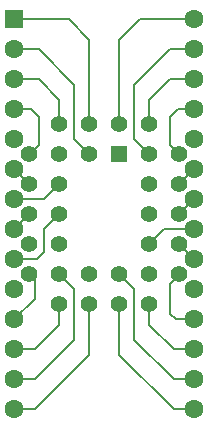
<source format=gbr>
%TF.GenerationSoftware,KiCad,Pcbnew,9.0.5*%
%TF.CreationDate,2025-10-26T17:33:29-05:00*%
%TF.ProjectId,28c256,32386332-3536-42e6-9b69-6361645f7063,rev?*%
%TF.SameCoordinates,Original*%
%TF.FileFunction,Copper,L1,Top*%
%TF.FilePolarity,Positive*%
%FSLAX46Y46*%
G04 Gerber Fmt 4.6, Leading zero omitted, Abs format (unit mm)*
G04 Created by KiCad (PCBNEW 9.0.5) date 2025-10-26 17:33:29*
%MOMM*%
%LPD*%
G01*
G04 APERTURE LIST*
G04 Aperture macros list*
%AMRoundRect*
0 Rectangle with rounded corners*
0 $1 Rounding radius*
0 $2 $3 $4 $5 $6 $7 $8 $9 X,Y pos of 4 corners*
0 Add a 4 corners polygon primitive as box body*
4,1,4,$2,$3,$4,$5,$6,$7,$8,$9,$2,$3,0*
0 Add four circle primitives for the rounded corners*
1,1,$1+$1,$2,$3*
1,1,$1+$1,$4,$5*
1,1,$1+$1,$6,$7*
1,1,$1+$1,$8,$9*
0 Add four rect primitives between the rounded corners*
20,1,$1+$1,$2,$3,$4,$5,0*
20,1,$1+$1,$4,$5,$6,$7,0*
20,1,$1+$1,$6,$7,$8,$9,0*
20,1,$1+$1,$8,$9,$2,$3,0*%
G04 Aperture macros list end*
%TA.AperFunction,ComponentPad*%
%ADD10R,1.422400X1.422400*%
%TD*%
%TA.AperFunction,ComponentPad*%
%ADD11C,1.422400*%
%TD*%
%TA.AperFunction,ComponentPad*%
%ADD12RoundRect,0.250000X-0.550000X-0.550000X0.550000X-0.550000X0.550000X0.550000X-0.550000X0.550000X0*%
%TD*%
%TA.AperFunction,ComponentPad*%
%ADD13C,1.600000*%
%TD*%
%TA.AperFunction,Conductor*%
%ADD14C,0.200000*%
%TD*%
G04 APERTURE END LIST*
D10*
%TO.P,U2,1*%
%TO.N,N/C*%
X132556250Y-89058750D03*
D11*
%TO.P,U2,2,A14*%
%TO.N,A14*%
X130016250Y-86518750D03*
%TO.P,U2,3,A12*%
%TO.N,A12*%
X130016250Y-89058750D03*
%TO.P,U2,4,A7*%
%TO.N,A7*%
X127476250Y-86518750D03*
%TO.P,U2,5,A6*%
%TO.N,A6*%
X124936250Y-89058750D03*
%TO.P,U2,6,A5*%
%TO.N,A5*%
X127476250Y-89058750D03*
%TO.P,U2,7,A4*%
%TO.N,A4*%
X124936250Y-91598750D03*
%TO.P,U2,8,A3*%
%TO.N,A3*%
X127476250Y-91598750D03*
%TO.P,U2,9,A2*%
%TO.N,A2*%
X124936250Y-94138750D03*
%TO.P,U2,10,A1*%
%TO.N,A1*%
X127476250Y-94138750D03*
%TO.P,U2,11,A0*%
%TO.N,A0*%
X124936250Y-96678750D03*
%TO.P,U2,12*%
%TO.N,N/C*%
X127476250Y-96678750D03*
%TO.P,U2,13,D0*%
%TO.N,D0*%
X124936250Y-99218750D03*
%TO.P,U2,14,D1*%
%TO.N,D1*%
X127476250Y-101758750D03*
%TO.P,U2,15,D2*%
%TO.N,D2*%
X127476250Y-99218750D03*
%TO.P,U2,16,GND*%
%TO.N,GND*%
X130016250Y-101758750D03*
%TO.P,U2,17*%
%TO.N,N/C*%
X130016250Y-99218750D03*
%TO.P,U2,18,D3*%
%TO.N,D3*%
X132556250Y-101758750D03*
%TO.P,U2,19,D4*%
%TO.N,D4*%
X132556250Y-99218750D03*
%TO.P,U2,20,D5*%
%TO.N,D5*%
X135096250Y-101758750D03*
%TO.P,U2,21,D6*%
%TO.N,D6*%
X137636250Y-99218750D03*
%TO.P,U2,22,D7*%
%TO.N,D7*%
X135096250Y-99218750D03*
%TO.P,U2,23,~{CS}*%
%TO.N,CS*%
X137636250Y-96678750D03*
%TO.P,U2,24,A10*%
%TO.N,A10*%
X135096250Y-96678750D03*
%TO.P,U2,25,~{OE}*%
%TO.N,RD*%
X137636250Y-94138750D03*
%TO.P,U2,26*%
%TO.N,N/C*%
X135096250Y-94138750D03*
%TO.P,U2,27,A11*%
%TO.N,A11*%
X137636250Y-91598750D03*
%TO.P,U2,28,A9*%
%TO.N,A9*%
X135096250Y-91598750D03*
%TO.P,U2,29,A8*%
%TO.N,A8*%
X137636250Y-89058750D03*
%TO.P,U2,30,A13*%
%TO.N,A13*%
X135096250Y-86518750D03*
%TO.P,U2,31,~{WE}*%
%TO.N,WE*%
X135096250Y-89058750D03*
%TO.P,U2,32,VCC*%
%TO.N,VCC*%
X132556250Y-86518750D03*
%TD*%
D12*
%TO.P,U1,1,A14*%
%TO.N,A14*%
X123666250Y-77628750D03*
D13*
%TO.P,U1,2,A12*%
%TO.N,A12*%
X123666250Y-80168750D03*
%TO.P,U1,3,A7*%
%TO.N,A7*%
X123666250Y-82708750D03*
%TO.P,U1,4,A6*%
%TO.N,A6*%
X123666250Y-85248750D03*
%TO.P,U1,5,A5*%
%TO.N,A5*%
X123666250Y-87788750D03*
%TO.P,U1,6,A4*%
%TO.N,A4*%
X123666250Y-90328750D03*
%TO.P,U1,7,A3*%
%TO.N,A3*%
X123666250Y-92868750D03*
%TO.P,U1,8,A2*%
%TO.N,A2*%
X123666250Y-95408750D03*
%TO.P,U1,9,A1*%
%TO.N,A1*%
X123666250Y-97948750D03*
%TO.P,U1,10,A0*%
%TO.N,A0*%
X123666250Y-100488750D03*
%TO.P,U1,11,D0*%
%TO.N,D0*%
X123666250Y-103028750D03*
%TO.P,U1,12,D1*%
%TO.N,D1*%
X123666250Y-105568750D03*
%TO.P,U1,13,D2*%
%TO.N,D2*%
X123666250Y-108108750D03*
%TO.P,U1,14,GND*%
%TO.N,GND*%
X123666250Y-110648750D03*
%TO.P,U1,15,D3*%
%TO.N,D3*%
X138906250Y-110648750D03*
%TO.P,U1,16,D4*%
%TO.N,D4*%
X138906250Y-108108750D03*
%TO.P,U1,17,D5*%
%TO.N,D5*%
X138906250Y-105568750D03*
%TO.P,U1,18,D6*%
%TO.N,D6*%
X138906250Y-103028750D03*
%TO.P,U1,19,D7*%
%TO.N,D7*%
X138906250Y-100488750D03*
%TO.P,U1,20,~{CS}*%
%TO.N,CS*%
X138906250Y-97948750D03*
%TO.P,U1,21,A10*%
%TO.N,A10*%
X138906250Y-95408750D03*
%TO.P,U1,22,~{OE}*%
%TO.N,RD*%
X138906250Y-92868750D03*
%TO.P,U1,23,A11*%
%TO.N,A11*%
X138906250Y-90328750D03*
%TO.P,U1,24,A9*%
%TO.N,A9*%
X138906250Y-87788750D03*
%TO.P,U1,25,A8*%
%TO.N,A8*%
X138906250Y-85248750D03*
%TO.P,U1,26,A13*%
%TO.N,A13*%
X138906250Y-82708750D03*
%TO.P,U1,27,~{WE}*%
%TO.N,WE*%
X138906250Y-80168750D03*
%TO.P,U1,28,VCC*%
%TO.N,VCC*%
X138906250Y-77628750D03*
%TD*%
D14*
%TO.N,D3*%
X137160000Y-110648750D02*
X138906250Y-110648750D01*
X132556250Y-106045000D02*
X137160000Y-110648750D01*
X132556250Y-101758750D02*
X132556250Y-106045000D01*
%TO.N,D4*%
X137160000Y-108108750D02*
X138906250Y-108108750D01*
X133826250Y-104775000D02*
X137160000Y-108108750D01*
X133826250Y-100488750D02*
X133826250Y-104775000D01*
X132556250Y-99218750D02*
X133826250Y-100488750D01*
%TO.N,D5*%
X137160000Y-105568750D02*
X138906250Y-105568750D01*
X135096250Y-103505000D02*
X137160000Y-105568750D01*
X135096250Y-101758750D02*
X135096250Y-103505000D01*
%TO.N,GND*%
X125412500Y-110648750D02*
X123666250Y-110648750D01*
X130016250Y-106045000D02*
X125412500Y-110648750D01*
X130016250Y-101758750D02*
X130016250Y-106045000D01*
%TO.N,D2*%
X125412500Y-108108750D02*
X123666250Y-108108750D01*
X128746250Y-104775000D02*
X125412500Y-108108750D01*
X128746250Y-100488750D02*
X128746250Y-104775000D01*
X127476250Y-99218750D02*
X128746250Y-100488750D01*
%TO.N,D1*%
X127476250Y-103505000D02*
X125412500Y-105568750D01*
X127476250Y-101758750D02*
X127476250Y-103505000D01*
X125412500Y-105568750D02*
X123666250Y-105568750D01*
%TO.N,D0*%
X125412500Y-101282500D02*
X123666250Y-103028750D01*
X125412500Y-99695000D02*
X125412500Y-101282500D01*
X124936250Y-99218750D02*
X125412500Y-99695000D01*
%TO.N,A1*%
X125571250Y-97948750D02*
X123666250Y-97948750D01*
X126206250Y-97313750D02*
X125571250Y-97948750D01*
X126206250Y-95408750D02*
X126206250Y-97313750D01*
X127476250Y-94138750D02*
X126206250Y-95408750D01*
%TO.N,A2*%
X124936250Y-94138750D02*
X123666250Y-95408750D01*
%TO.N,D6*%
X136842500Y-100012500D02*
X136842500Y-102552500D01*
X137318750Y-103028750D02*
X138906250Y-103028750D01*
X137636250Y-99218750D02*
X136842500Y-100012500D01*
X136842500Y-102552500D02*
X137318750Y-103028750D01*
%TO.N,A10*%
X136366250Y-95408750D02*
X138906250Y-95408750D01*
X135096250Y-96678750D02*
X136366250Y-95408750D01*
%TO.N,CS*%
X137636250Y-96678750D02*
X138906250Y-97948750D01*
%TO.N,RD*%
X137636250Y-94138750D02*
X138906250Y-92868750D01*
%TO.N,A11*%
X137636250Y-91598750D02*
X138906250Y-90328750D01*
%TO.N,A3*%
X126206250Y-92868750D02*
X123666250Y-92868750D01*
X127476250Y-91598750D02*
X126206250Y-92868750D01*
%TO.N,A4*%
X124936250Y-91598750D02*
X123666250Y-90328750D01*
%TO.N,A8*%
X136842500Y-88265000D02*
X136842500Y-85883750D01*
X136842500Y-85883750D02*
X137477500Y-85248750D01*
X137636250Y-89058750D02*
X136842500Y-88265000D01*
X137477500Y-85248750D02*
X138906250Y-85248750D01*
%TO.N,A6*%
X125730000Y-85883750D02*
X125095000Y-85248750D01*
X125095000Y-85248750D02*
X123666250Y-85248750D01*
X125730000Y-88265000D02*
X125730000Y-85883750D01*
X124936250Y-89058750D02*
X125730000Y-88265000D01*
%TO.N,WE*%
X136842500Y-80168750D02*
X138906250Y-80168750D01*
X133826250Y-83185000D02*
X136842500Y-80168750D01*
X133826250Y-87788750D02*
X133826250Y-83185000D01*
X135096250Y-89058750D02*
X133826250Y-87788750D01*
%TO.N,A12*%
X125730000Y-80168750D02*
X123666250Y-80168750D01*
X128746250Y-83185000D02*
X125730000Y-80168750D01*
X128746250Y-87788750D02*
X128746250Y-83185000D01*
X130016250Y-89058750D02*
X128746250Y-87788750D01*
%TO.N,A7*%
X127476250Y-84455000D02*
X125730000Y-82708750D01*
X127476250Y-86518750D02*
X127476250Y-84455000D01*
X125730000Y-82708750D02*
X123666250Y-82708750D01*
%TO.N,A13*%
X135096250Y-84455000D02*
X136842500Y-82708750D01*
X135096250Y-86518750D02*
X135096250Y-84455000D01*
X136842500Y-82708750D02*
X138906250Y-82708750D01*
%TO.N,VCC*%
X134302500Y-77628750D02*
X138906250Y-77628750D01*
X132556250Y-79375000D02*
X134302500Y-77628750D01*
X132556250Y-86518750D02*
X132556250Y-79375000D01*
%TO.N,A14*%
X128270000Y-77628750D02*
X123666250Y-77628750D01*
X130016250Y-79375000D02*
X128270000Y-77628750D01*
X130016250Y-86518750D02*
X130016250Y-79375000D01*
%TD*%
M02*

</source>
